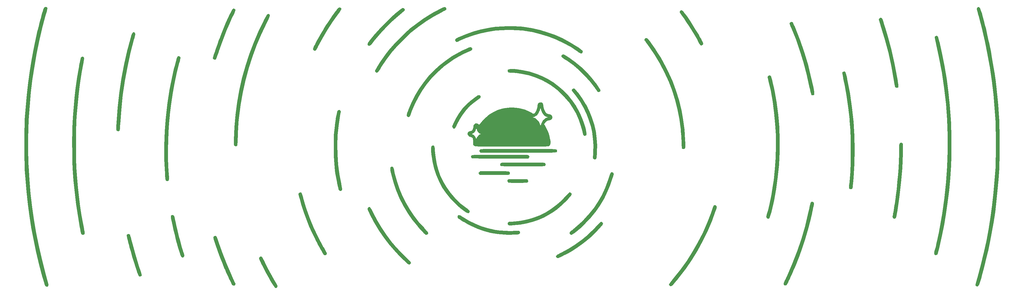
<source format=gbr>
%TF.GenerationSoftware,KiCad,Pcbnew,(5.99.0-11177-g6c67dfa032)*%
%TF.CreationDate,2021-09-17T12:13:22+03:00*%
%TF.ProjectId,SunsetterR2_Solder,53756e73-6574-4746-9572-52325f536f6c,rev?*%
%TF.SameCoordinates,Original*%
%TF.FileFunction,Legend,Top*%
%TF.FilePolarity,Positive*%
%FSLAX46Y46*%
G04 Gerber Fmt 4.6, Leading zero omitted, Abs format (unit mm)*
G04 Created by KiCad (PCBNEW (5.99.0-11177-g6c67dfa032)) date 2021-09-17 12:13:22*
%MOMM*%
%LPD*%
G01*
G04 APERTURE LIST*
G04 APERTURE END LIST*
%TO.C,G\u002A\u002A\u002A*%
G36*
X205108489Y-86837432D02*
G01*
X205760941Y-86839965D01*
X206269158Y-86845482D01*
X206652719Y-86855043D01*
X206931203Y-86869708D01*
X207124188Y-86890537D01*
X207251252Y-86918591D01*
X207331974Y-86954928D01*
X207385932Y-87000610D01*
X207389511Y-87004513D01*
X207520809Y-87260756D01*
X207530415Y-87552270D01*
X207422698Y-87805021D01*
X207337471Y-87886137D01*
X207257579Y-87926563D01*
X207133008Y-87958762D01*
X206944380Y-87983620D01*
X206672319Y-88002025D01*
X206297448Y-88014864D01*
X205800388Y-88023024D01*
X205161762Y-88027393D01*
X204362193Y-88028857D01*
X204219781Y-88028881D01*
X203410682Y-88028419D01*
X202764984Y-88026243D01*
X202262699Y-88021169D01*
X201883835Y-88012014D01*
X201608403Y-87997595D01*
X201416412Y-87976727D01*
X201287871Y-87948226D01*
X201202791Y-87910911D01*
X201141181Y-87863595D01*
X201122495Y-87845488D01*
X200969921Y-87589342D01*
X200949689Y-87303764D01*
X201060232Y-87055245D01*
X201142898Y-86979568D01*
X201222377Y-86939347D01*
X201346353Y-86907267D01*
X201534090Y-86882456D01*
X201804853Y-86864040D01*
X202177906Y-86851146D01*
X202672514Y-86842901D01*
X203307940Y-86838432D01*
X204103450Y-86836865D01*
X204292224Y-86836824D01*
X205108489Y-86837432D01*
G37*
G36*
X210357440Y-77300590D02*
G01*
X211464721Y-77302536D01*
X212434125Y-77306109D01*
X213274755Y-77311747D01*
X213995715Y-77319884D01*
X214606108Y-77330958D01*
X215115036Y-77345405D01*
X215531604Y-77363660D01*
X215864914Y-77386159D01*
X216124069Y-77413340D01*
X216318173Y-77445638D01*
X216456329Y-77483489D01*
X216547639Y-77527329D01*
X216601208Y-77577595D01*
X216626138Y-77634722D01*
X216631532Y-77699148D01*
X216626494Y-77771307D01*
X216620127Y-77851637D01*
X216619246Y-77887378D01*
X216624159Y-77973800D01*
X216632843Y-78051624D01*
X216636214Y-78121296D01*
X216625187Y-78183267D01*
X216590678Y-78237983D01*
X216523603Y-78285892D01*
X216414877Y-78327444D01*
X216255418Y-78363085D01*
X216036139Y-78393265D01*
X215747958Y-78418431D01*
X215381789Y-78439032D01*
X214928550Y-78455515D01*
X214379155Y-78468329D01*
X213724520Y-78477921D01*
X212955562Y-78484741D01*
X212063196Y-78489235D01*
X211038338Y-78491853D01*
X209871903Y-78493042D01*
X208554808Y-78493250D01*
X207077968Y-78492926D01*
X205432299Y-78492518D01*
X204354241Y-78492419D01*
X192424614Y-78492419D01*
X192232959Y-78248769D01*
X192097487Y-77965365D01*
X192145096Y-77692221D01*
X192337734Y-77460831D01*
X192372329Y-77437537D01*
X192425685Y-77416606D01*
X192507221Y-77397910D01*
X192626351Y-77381325D01*
X192792494Y-77366724D01*
X193015066Y-77353983D01*
X193303483Y-77342975D01*
X193667163Y-77333576D01*
X194115523Y-77325659D01*
X194657978Y-77319098D01*
X195303947Y-77313769D01*
X196062845Y-77309545D01*
X196944089Y-77306301D01*
X197957097Y-77303911D01*
X199111285Y-77302250D01*
X200416070Y-77301192D01*
X201880869Y-77300612D01*
X203515098Y-77300383D01*
X204367485Y-77300361D01*
X206117305Y-77300158D01*
X207692835Y-77299837D01*
X209103179Y-77299836D01*
X210357440Y-77300590D01*
G37*
G36*
X218821773Y-47434600D02*
G01*
X219140675Y-47582207D01*
X219555775Y-47821748D01*
X220086200Y-48159714D01*
X220516358Y-48444934D01*
X222475329Y-49862229D01*
X224343415Y-51426883D01*
X226099712Y-53119251D01*
X227723312Y-54919686D01*
X228681992Y-56118124D01*
X229066734Y-56636065D01*
X229430097Y-57149211D01*
X229756107Y-57632714D01*
X230028791Y-58061727D01*
X230232174Y-58411401D01*
X230350281Y-58656889D01*
X230373759Y-58749634D01*
X230300118Y-59009327D01*
X230114197Y-59202863D01*
X229868495Y-59307362D01*
X229615511Y-59299943D01*
X229415378Y-59167329D01*
X229315842Y-59036034D01*
X229134016Y-58787349D01*
X228893384Y-58453702D01*
X228617427Y-58067522D01*
X228535574Y-57952347D01*
X227004089Y-55949147D01*
X225350370Y-54082332D01*
X223575357Y-52352793D01*
X221679986Y-50761422D01*
X219665198Y-49309111D01*
X218942854Y-48840674D01*
X218496421Y-48541713D01*
X218203149Y-48296653D01*
X218048806Y-48084476D01*
X218019161Y-47884163D01*
X218099982Y-47674697D01*
X218125615Y-47633707D01*
X218250991Y-47478480D01*
X218396058Y-47389226D01*
X218579943Y-47372436D01*
X218821773Y-47434600D01*
G37*
G36*
X350069291Y-32469777D02*
G01*
X350218891Y-32595512D01*
X350338725Y-32792741D01*
X350490048Y-33155845D01*
X350669400Y-33670665D01*
X350873324Y-34323043D01*
X351098361Y-35098820D01*
X351341052Y-35983839D01*
X351597940Y-36963940D01*
X351865565Y-38024966D01*
X352140471Y-39152758D01*
X352419197Y-40333157D01*
X352698286Y-41552006D01*
X352974280Y-42795145D01*
X353243719Y-44048416D01*
X353503147Y-45297662D01*
X353749104Y-46528723D01*
X353978132Y-47727441D01*
X354161601Y-48736824D01*
X354581142Y-51209484D01*
X354953421Y-53627103D01*
X355282403Y-56024654D01*
X355572053Y-58437112D01*
X355826338Y-60899451D01*
X356049223Y-63446646D01*
X356244673Y-66113671D01*
X356381466Y-68314080D01*
X356408778Y-68907194D01*
X356432323Y-69660039D01*
X356452100Y-70548991D01*
X356468106Y-71550426D01*
X356480343Y-72640720D01*
X356488808Y-73796248D01*
X356493500Y-74993387D01*
X356494418Y-76208514D01*
X356491563Y-77418003D01*
X356484931Y-78598231D01*
X356474523Y-79725574D01*
X356460338Y-80776407D01*
X356442373Y-81727108D01*
X356420630Y-82554052D01*
X356395105Y-83233614D01*
X356382113Y-83489892D01*
X356148666Y-87087822D01*
X355860435Y-90543563D01*
X355512937Y-93891287D01*
X355101691Y-97165165D01*
X354622214Y-100399368D01*
X354070023Y-103628067D01*
X353440637Y-106885434D01*
X353098771Y-108520717D01*
X352906456Y-109397104D01*
X352690186Y-110344467D01*
X352454951Y-111343633D01*
X352205740Y-112375429D01*
X351947541Y-113420682D01*
X351685344Y-114460219D01*
X351424137Y-115474868D01*
X351168909Y-116445456D01*
X350924649Y-117352810D01*
X350696346Y-118177757D01*
X350488988Y-118901125D01*
X350307565Y-119503741D01*
X350157066Y-119966433D01*
X350042479Y-120270026D01*
X350040135Y-120275371D01*
X349836811Y-120602747D01*
X349590046Y-120801636D01*
X349332077Y-120860475D01*
X349095140Y-120767700D01*
X348988705Y-120652522D01*
X348881615Y-120466425D01*
X348845961Y-120351239D01*
X348869792Y-120240632D01*
X348937072Y-119977025D01*
X349041478Y-119583932D01*
X349176688Y-119084863D01*
X349336380Y-118503330D01*
X349514231Y-117862845D01*
X349537033Y-117781209D01*
X350572166Y-113914101D01*
X351494440Y-110115401D01*
X352308664Y-106355545D01*
X353019649Y-102604965D01*
X353632203Y-98834096D01*
X354151138Y-95013372D01*
X354581263Y-91113225D01*
X354927388Y-87104092D01*
X355190247Y-83031408D01*
X355220007Y-82356221D01*
X355245185Y-81523957D01*
X355265782Y-80560805D01*
X355281798Y-79492955D01*
X355293234Y-78346594D01*
X355300088Y-77147912D01*
X355302363Y-75923097D01*
X355300057Y-74698338D01*
X355293172Y-73499823D01*
X355281708Y-72353741D01*
X355265664Y-71286281D01*
X355245041Y-70323631D01*
X355219839Y-69491980D01*
X355190108Y-68818412D01*
X354895998Y-64357224D01*
X354506298Y-60030454D01*
X354017117Y-55813699D01*
X353424566Y-51682559D01*
X352724756Y-47612629D01*
X351913799Y-43579509D01*
X350987804Y-39558795D01*
X349942882Y-35526086D01*
X349802619Y-35015993D01*
X349650188Y-34451700D01*
X349516602Y-33931451D01*
X349409478Y-33487039D01*
X349336432Y-33150261D01*
X349305082Y-32952911D01*
X349304445Y-32936442D01*
X349373348Y-32626245D01*
X349551925Y-32434580D01*
X349797974Y-32377179D01*
X350069291Y-32469777D01*
G37*
G36*
X83072041Y-40426423D02*
G01*
X83269520Y-40622886D01*
X83377611Y-40871321D01*
X83383867Y-40941517D01*
X83359599Y-41105014D01*
X83292562Y-41409025D01*
X83191401Y-41818026D01*
X83064764Y-42296492D01*
X82976532Y-42614982D01*
X81849821Y-46932187D01*
X80877631Y-51334920D01*
X80062783Y-55805653D01*
X79408100Y-60326859D01*
X78916402Y-64881008D01*
X78590513Y-69450574D01*
X78560371Y-70046952D01*
X78531246Y-70583787D01*
X78500697Y-70967827D01*
X78463934Y-71229639D01*
X78416171Y-71399791D01*
X78352620Y-71508851D01*
X78326987Y-71537024D01*
X78064325Y-71684372D01*
X77769304Y-71675786D01*
X77515275Y-71523466D01*
X77447079Y-71446591D01*
X77396046Y-71354927D01*
X77361400Y-71225801D01*
X77342367Y-71036546D01*
X77338171Y-70764491D01*
X77348037Y-70386965D01*
X77371188Y-69881299D01*
X77406850Y-69224823D01*
X77425448Y-68897357D01*
X77776438Y-64244115D01*
X78295053Y-59620847D01*
X78979001Y-55042400D01*
X79825985Y-50523622D01*
X80833713Y-46079361D01*
X81135270Y-44885560D01*
X81399846Y-43866282D01*
X81625943Y-43010900D01*
X81818901Y-42305229D01*
X81984059Y-41735084D01*
X82126758Y-41286280D01*
X82252336Y-40944631D01*
X82366134Y-40695953D01*
X82473490Y-40526060D01*
X82579746Y-40420766D01*
X82690240Y-40365886D01*
X82810311Y-40347236D01*
X82843845Y-40346571D01*
X83072041Y-40426423D01*
G37*
G36*
X283954447Y-54036440D02*
G01*
X284145975Y-54129796D01*
X284242278Y-54278778D01*
X284363635Y-54603713D01*
X284510283Y-55105531D01*
X284682459Y-55785161D01*
X284880398Y-56643532D01*
X285104336Y-57681574D01*
X285339055Y-58823466D01*
X286022739Y-62672514D01*
X286530263Y-66556144D01*
X286861858Y-70463840D01*
X287017752Y-74385085D01*
X286998178Y-78309363D01*
X286803364Y-82226158D01*
X286433543Y-86124953D01*
X285888943Y-89995231D01*
X285169795Y-93826477D01*
X284509492Y-96694224D01*
X284324393Y-97430569D01*
X284173861Y-98008669D01*
X284050772Y-98448873D01*
X283948004Y-98771529D01*
X283858434Y-98996985D01*
X283774942Y-99145590D01*
X283690403Y-99237691D01*
X283599987Y-99292599D01*
X283424531Y-99368076D01*
X283347242Y-99393466D01*
X283258763Y-99359187D01*
X283121569Y-99304449D01*
X282924045Y-99187324D01*
X282815016Y-99012192D01*
X282791013Y-98750567D01*
X282848568Y-98373964D01*
X282956708Y-97950403D01*
X283308603Y-96621475D01*
X283659515Y-95149119D01*
X284001524Y-93573171D01*
X284326712Y-91933467D01*
X284627160Y-90269840D01*
X284894948Y-88622127D01*
X285111340Y-87111914D01*
X285496757Y-83621943D01*
X285735336Y-80075931D01*
X285828261Y-76496281D01*
X285776716Y-72905394D01*
X285581884Y-69325674D01*
X285244948Y-65779523D01*
X284767092Y-62289342D01*
X284149499Y-58877535D01*
X283458569Y-55825761D01*
X283329767Y-55297922D01*
X283247249Y-54915853D01*
X283209405Y-54648294D01*
X283214626Y-54463988D01*
X283261301Y-54331673D01*
X283347822Y-54220092D01*
X283374481Y-54192780D01*
X283648384Y-54034241D01*
X283954447Y-54036440D01*
G37*
G36*
X245100172Y-42264435D02*
G01*
X245419895Y-42543463D01*
X245482594Y-42616065D01*
X245739484Y-42938747D01*
X246073724Y-43379784D01*
X246460656Y-43905126D01*
X246875620Y-44480724D01*
X247293955Y-45072529D01*
X247691004Y-45646490D01*
X247889925Y-45940073D01*
X248656861Y-47132140D01*
X249450411Y-48457915D01*
X250247935Y-49874450D01*
X251026795Y-51338796D01*
X251764354Y-52808005D01*
X252437971Y-54239129D01*
X253025010Y-55589220D01*
X253190227Y-55995485D01*
X254290838Y-58991056D01*
X255216455Y-62020765D01*
X255965538Y-65077059D01*
X256536543Y-68152386D01*
X256927928Y-71239195D01*
X257138152Y-74329933D01*
X257169911Y-75485142D01*
X257176851Y-76069430D01*
X257174432Y-76496901D01*
X257160869Y-76793975D01*
X257134377Y-76987071D01*
X257093170Y-77102610D01*
X257057513Y-77148766D01*
X256769394Y-77315850D01*
X256453817Y-77318811D01*
X256348881Y-77280145D01*
X256171953Y-77147516D01*
X256100317Y-77035083D01*
X256083968Y-76904982D01*
X256061870Y-76618958D01*
X256035671Y-76204334D01*
X256007021Y-75688431D01*
X255977566Y-75098572D01*
X255958768Y-74688400D01*
X255923399Y-73970891D01*
X255880137Y-73222212D01*
X255832313Y-72492286D01*
X255783256Y-71831041D01*
X255736296Y-71288399D01*
X255723310Y-71158075D01*
X255305671Y-68012539D01*
X254711751Y-64915384D01*
X253943368Y-61871249D01*
X253002340Y-58884774D01*
X251890486Y-55960597D01*
X250609626Y-53103360D01*
X249161577Y-50317700D01*
X247548159Y-47608257D01*
X245771190Y-44979672D01*
X245104784Y-44071398D01*
X244805382Y-43666699D01*
X244549310Y-43310852D01*
X244355204Y-43030541D01*
X244241702Y-42852452D01*
X244219968Y-42804539D01*
X244271671Y-42628909D01*
X244389884Y-42414550D01*
X244519262Y-42259787D01*
X244531710Y-42250683D01*
X244804291Y-42166911D01*
X245100172Y-42264435D01*
G37*
G36*
X188440087Y-72173688D02*
G01*
X188623130Y-71883204D01*
X188905663Y-71683527D01*
X189245091Y-71615163D01*
X189577044Y-71529709D01*
X189854114Y-71289549D01*
X190061287Y-70918983D01*
X190183551Y-70442310D01*
X190210582Y-70052392D01*
X190285789Y-69772433D01*
X190477402Y-69492319D01*
X190734405Y-69265714D01*
X191005782Y-69146280D01*
X191078559Y-69139351D01*
X191479066Y-69225988D01*
X191816623Y-69465664D01*
X191866514Y-69523494D01*
X191941623Y-69602287D01*
X192016045Y-69612127D01*
X192117896Y-69532394D01*
X192275294Y-69342469D01*
X192475091Y-69077202D01*
X192878939Y-68584077D01*
X193387249Y-68037561D01*
X193953664Y-67482051D01*
X194232446Y-67231261D01*
X208940682Y-67231261D01*
X208967735Y-67257123D01*
X209100706Y-67299395D01*
X209800883Y-67601983D01*
X210386180Y-68045754D01*
X210850477Y-68624233D01*
X211187656Y-69330942D01*
X211271847Y-69597834D01*
X211360031Y-69897811D01*
X211415721Y-70036547D01*
X211449408Y-70031089D01*
X211469385Y-69918773D01*
X211523088Y-69700843D01*
X211635547Y-69384051D01*
X211783420Y-69033528D01*
X211798014Y-69001806D01*
X211981190Y-68640468D01*
X212178494Y-68303460D01*
X212348041Y-68062180D01*
X212352058Y-68057406D01*
X212609126Y-67820727D01*
X212949548Y-67592464D01*
X213308999Y-67408821D01*
X213623152Y-67306004D01*
X213704826Y-67296029D01*
X213817700Y-67282684D01*
X213765567Y-67252747D01*
X213639102Y-67219375D01*
X213169840Y-67048064D01*
X212720628Y-66786690D01*
X212370472Y-66481818D01*
X212352717Y-66461242D01*
X212120123Y-66129617D01*
X211885936Y-65704159D01*
X211683619Y-65254795D01*
X211546637Y-64851452D01*
X211517025Y-64714982D01*
X211464951Y-64494395D01*
X211406058Y-64377000D01*
X211392531Y-64371120D01*
X211335563Y-64451715D01*
X211279556Y-64651684D01*
X211268037Y-64714982D01*
X211167652Y-65079226D01*
X210988090Y-65518278D01*
X210762817Y-65962225D01*
X210525297Y-66341151D01*
X210431936Y-66461729D01*
X210175889Y-66698187D01*
X209836676Y-66925968D01*
X209478315Y-67109084D01*
X209164823Y-67211546D01*
X209080237Y-67221600D01*
X208940682Y-67231261D01*
X194232446Y-67231261D01*
X194531825Y-66961943D01*
X195075377Y-66521634D01*
X195346998Y-66326717D01*
X196595654Y-65586886D01*
X197935531Y-64983388D01*
X199324923Y-64533086D01*
X200322573Y-64314921D01*
X201035213Y-64229687D01*
X201865425Y-64193076D01*
X202754572Y-64202890D01*
X203644015Y-64256928D01*
X204475116Y-64352991D01*
X205189236Y-64488879D01*
X205230198Y-64499035D01*
X206530568Y-64901186D01*
X207781668Y-65432261D01*
X208480875Y-65801965D01*
X208821400Y-65994368D01*
X209044689Y-66105161D01*
X209191726Y-66145469D01*
X209303495Y-66126415D01*
X209420980Y-66059123D01*
X209423139Y-66057709D01*
X209764782Y-65732794D01*
X210050342Y-65253616D01*
X210269764Y-64643436D01*
X210412989Y-63925514D01*
X210437831Y-63710773D01*
X210530218Y-63195556D01*
X210697134Y-62838256D01*
X210950277Y-62624493D01*
X211301341Y-62539891D01*
X211392531Y-62537185D01*
X211766622Y-62595397D01*
X212040227Y-62779618D01*
X212225042Y-63104226D01*
X212332765Y-63583599D01*
X212347231Y-63710773D01*
X212475339Y-64490267D01*
X212689461Y-65144199D01*
X212982233Y-65661941D01*
X213346293Y-66032866D01*
X213774275Y-66246345D01*
X214138921Y-66296751D01*
X214483877Y-66354340D01*
X214805583Y-66503153D01*
X215031231Y-66707258D01*
X215057683Y-66750156D01*
X215122302Y-66961660D01*
X215151900Y-67237623D01*
X215152098Y-67259567D01*
X215126364Y-67535559D01*
X215063800Y-67756852D01*
X215057683Y-67768979D01*
X214856682Y-67981767D01*
X214543461Y-68143585D01*
X214188421Y-68220260D01*
X214123633Y-68222383D01*
X213680678Y-68311500D01*
X213263108Y-68568532D01*
X212895680Y-68978003D01*
X212881197Y-68999066D01*
X212581776Y-69439378D01*
X212801705Y-69816621D01*
X213362616Y-70843599D01*
X213784386Y-71762699D01*
X214070432Y-72581411D01*
X214082336Y-72623827D01*
X214229606Y-73200226D01*
X214363364Y-73806117D01*
X214475031Y-74394720D01*
X214556029Y-74919258D01*
X214597782Y-75332950D01*
X214601575Y-75455514D01*
X214524519Y-75876222D01*
X214312082Y-76216069D01*
X213990968Y-76436696D01*
X213896037Y-76468952D01*
X213750415Y-76485553D01*
X213438019Y-76500501D01*
X212957234Y-76513808D01*
X212306447Y-76525488D01*
X211484043Y-76535554D01*
X210488410Y-76544020D01*
X209317931Y-76550897D01*
X207970995Y-76556199D01*
X206445985Y-76559938D01*
X204741289Y-76562129D01*
X202855293Y-76562784D01*
X202268704Y-76562687D01*
X200541431Y-76561900D01*
X198988809Y-76560469D01*
X197602095Y-76558299D01*
X196372546Y-76555297D01*
X195291422Y-76551367D01*
X194349979Y-76546416D01*
X193539475Y-76540350D01*
X192851169Y-76533074D01*
X192276317Y-76524494D01*
X191806178Y-76514516D01*
X191432010Y-76503046D01*
X191145070Y-76489989D01*
X190936616Y-76475252D01*
X190797905Y-76458740D01*
X190720197Y-76440358D01*
X190714914Y-76438181D01*
X190434498Y-76290583D01*
X190249593Y-76116784D01*
X190143152Y-75878180D01*
X190098129Y-75536166D01*
X190097476Y-75052138D01*
X190097802Y-75040640D01*
X190098752Y-74617165D01*
X190078349Y-74266314D01*
X190039940Y-74035134D01*
X190023177Y-73991784D01*
X189836281Y-73778655D01*
X189552552Y-73587055D01*
X189254731Y-73467004D01*
X189126091Y-73449441D01*
X188926652Y-73386532D01*
X188698160Y-73230831D01*
X188644683Y-73181061D01*
X188435184Y-72863508D01*
X188381296Y-72564494D01*
X189667043Y-72564494D01*
X190014072Y-72719863D01*
X190338435Y-72927703D01*
X190646125Y-73229198D01*
X190884561Y-73564634D01*
X190993613Y-73832317D01*
X191055377Y-74029642D01*
X191128296Y-74066700D01*
X191225372Y-73937771D01*
X191342627Y-73678776D01*
X191620329Y-73223323D01*
X192021979Y-72851399D01*
X192336942Y-72675696D01*
X192583519Y-72571734D01*
X192199397Y-72367375D01*
X191762916Y-72033080D01*
X191433473Y-71558159D01*
X191272039Y-71146678D01*
X191188054Y-70910322D01*
X191119862Y-70854869D01*
X191053778Y-70980835D01*
X191006320Y-71156679D01*
X190852985Y-71540831D01*
X190600182Y-71920764D01*
X190296107Y-72234508D01*
X190039155Y-72400318D01*
X189667043Y-72564494D01*
X188381296Y-72564494D01*
X188372212Y-72514086D01*
X188440087Y-72173688D01*
G37*
G36*
X185890319Y-98277701D02*
G01*
X186213234Y-98431530D01*
X186640319Y-98687643D01*
X186978504Y-98908409D01*
X188782424Y-100001341D01*
X190688929Y-100949412D01*
X192680302Y-101746184D01*
X194738825Y-102385220D01*
X196846783Y-102860079D01*
X198562871Y-103118142D01*
X199161499Y-103173331D01*
X199883928Y-103216303D01*
X200682409Y-103246293D01*
X201509192Y-103262532D01*
X202316528Y-103264254D01*
X203056667Y-103250692D01*
X203681858Y-103221080D01*
X203897065Y-103203822D01*
X204257561Y-103175233D01*
X204486441Y-103177379D01*
X204633980Y-103217578D01*
X204750453Y-103303144D01*
X204780515Y-103332389D01*
X204944081Y-103605416D01*
X204948329Y-103901770D01*
X204799345Y-104158530D01*
X204652816Y-104256306D01*
X204419379Y-104323348D01*
X204059268Y-104369220D01*
X203859453Y-104384556D01*
X202824925Y-104443966D01*
X201904913Y-104472614D01*
X201033300Y-104471424D01*
X200143965Y-104441321D01*
X200067982Y-104437586D01*
X197862347Y-104235707D01*
X195687905Y-103853193D01*
X193545514Y-103290275D01*
X191436031Y-102547187D01*
X189360313Y-101624160D01*
X188994176Y-101440879D01*
X188488549Y-101174130D01*
X187942846Y-100870305D01*
X187384010Y-100546064D01*
X186838984Y-100218070D01*
X186334714Y-99902984D01*
X185898142Y-99617468D01*
X185556212Y-99378184D01*
X185335868Y-99201793D01*
X185281881Y-99145238D01*
X185181689Y-98894374D01*
X185188323Y-98603195D01*
X185298316Y-98365145D01*
X185311355Y-98351316D01*
X185462904Y-98245455D01*
X185648050Y-98218297D01*
X185890319Y-98277701D01*
G37*
G36*
X97448364Y-48052702D02*
G01*
X97604171Y-48257760D01*
X97632005Y-48372096D01*
X97627721Y-48546145D01*
X97586714Y-48805376D01*
X97504383Y-49175259D01*
X97376123Y-49681262D01*
X97284660Y-50025602D01*
X96514850Y-53108717D01*
X95823084Y-56322469D01*
X95216363Y-59628421D01*
X94701689Y-62988134D01*
X94286064Y-66363173D01*
X94254053Y-66663538D01*
X94024715Y-69209984D01*
X93856457Y-71881455D01*
X93750034Y-74629785D01*
X93706205Y-77406812D01*
X93725725Y-80164370D01*
X93809352Y-82854295D01*
X93957843Y-85428423D01*
X93958879Y-85442712D01*
X94000319Y-86083734D01*
X94017643Y-86566954D01*
X94009011Y-86916603D01*
X93972583Y-87156915D01*
X93906520Y-87312122D01*
X93809805Y-87405935D01*
X93554333Y-87475921D01*
X93268352Y-87432149D01*
X93068167Y-87306680D01*
X92999914Y-87219431D01*
X92945688Y-87109928D01*
X92901675Y-86952819D01*
X92864058Y-86722749D01*
X92829022Y-86394364D01*
X92792752Y-85942312D01*
X92751431Y-85341238D01*
X92735334Y-85095033D01*
X92535212Y-80617142D01*
X92515124Y-76136318D01*
X92674382Y-71661752D01*
X93012301Y-67202632D01*
X93528193Y-62768148D01*
X94221372Y-58367488D01*
X95040838Y-54238629D01*
X95209479Y-53485826D01*
X95391009Y-52707314D01*
X95579719Y-51924849D01*
X95769900Y-51160187D01*
X95955845Y-50435082D01*
X96131846Y-49771292D01*
X96292195Y-49190572D01*
X96431182Y-48714679D01*
X96543102Y-48365367D01*
X96622244Y-48164393D01*
X96643462Y-48130392D01*
X96902261Y-47957728D01*
X97189240Y-47934308D01*
X97448364Y-48052702D01*
G37*
G36*
X197884346Y-84361218D02*
G01*
X198746528Y-84362243D01*
X199456634Y-84364694D01*
X200030320Y-84369178D01*
X200483245Y-84376303D01*
X200831066Y-84386677D01*
X201089443Y-84400907D01*
X201274034Y-84419601D01*
X201400495Y-84443365D01*
X201484485Y-84472809D01*
X201541663Y-84508538D01*
X201580979Y-84544405D01*
X201719709Y-84762855D01*
X201764372Y-84957040D01*
X201700596Y-85194229D01*
X201580979Y-85369676D01*
X201534411Y-85411161D01*
X201474444Y-85445863D01*
X201385457Y-85474382D01*
X201251824Y-85497315D01*
X201057924Y-85515262D01*
X200788132Y-85528823D01*
X200426825Y-85538596D01*
X199958380Y-85545181D01*
X199367173Y-85549177D01*
X198637582Y-85551183D01*
X197753982Y-85551798D01*
X196835672Y-85551665D01*
X195936360Y-85550071D01*
X195091849Y-85546032D01*
X194320060Y-85539814D01*
X193638917Y-85531679D01*
X193066340Y-85521892D01*
X192620251Y-85510718D01*
X192318573Y-85498421D01*
X192179227Y-85485265D01*
X192172865Y-85482892D01*
X192039150Y-85332260D01*
X191916646Y-85109589D01*
X191861169Y-84916906D01*
X191861123Y-84913052D01*
X191920928Y-84784258D01*
X192066853Y-84605805D01*
X192086197Y-84586085D01*
X192311271Y-84361011D01*
X196854428Y-84361011D01*
X197884346Y-84361218D01*
G37*
G36*
X220970693Y-91130188D02*
G01*
X221186182Y-91348902D01*
X221251449Y-91522717D01*
X221259522Y-91659002D01*
X221206331Y-91818794D01*
X221073724Y-92035676D01*
X220843546Y-92343229D01*
X220730969Y-92485533D01*
X220452975Y-92815966D01*
X220084469Y-93228463D01*
X219666973Y-93677808D01*
X219242008Y-94118783D01*
X219096816Y-94265152D01*
X217839057Y-95447903D01*
X216562735Y-96493014D01*
X215224679Y-97431267D01*
X213781720Y-98293443D01*
X212538741Y-98941250D01*
X210639674Y-99791560D01*
X208747361Y-100464911D01*
X206843592Y-100966032D01*
X204910161Y-101299649D01*
X202928858Y-101470492D01*
X202773037Y-101477063D01*
X202230911Y-101496825D01*
X201841942Y-101505391D01*
X201576105Y-101500401D01*
X201403376Y-101479496D01*
X201293732Y-101440317D01*
X201217148Y-101380504D01*
X201191268Y-101352771D01*
X201051306Y-101072224D01*
X201061985Y-100761844D01*
X201214192Y-100499639D01*
X201336748Y-100406112D01*
X201504331Y-100350300D01*
X201762864Y-100323309D01*
X202158269Y-100316246D01*
X202161082Y-100316246D01*
X203452187Y-100260315D01*
X204841549Y-100099139D01*
X206284707Y-99842643D01*
X207737196Y-99500751D01*
X209154555Y-99083389D01*
X210492320Y-98600481D01*
X211209138Y-98296569D01*
X213048432Y-97367384D01*
X214804411Y-96276281D01*
X216471607Y-95027393D01*
X218044553Y-93624852D01*
X219517780Y-92072793D01*
X219660690Y-91908033D01*
X219991364Y-91532689D01*
X220235063Y-91281399D01*
X220416478Y-91132745D01*
X220560306Y-91065306D01*
X220644284Y-91054874D01*
X220970693Y-91130188D01*
G37*
G36*
X234054871Y-84666319D02*
G01*
X234094858Y-84675609D01*
X234308447Y-84792473D01*
X234461642Y-84955432D01*
X234518390Y-85057022D01*
X234544851Y-85169390D01*
X234536375Y-85325998D01*
X234488311Y-85560307D01*
X234396010Y-85905777D01*
X234267500Y-86352351D01*
X233507156Y-88640948D01*
X232578218Y-90875612D01*
X231489367Y-93043758D01*
X230249285Y-95132803D01*
X228866653Y-97130160D01*
X227350152Y-99023244D01*
X225708463Y-100799471D01*
X223950269Y-102446254D01*
X222174159Y-103883713D01*
X221788269Y-104167765D01*
X221511492Y-104351417D01*
X221310456Y-104449729D01*
X221151788Y-104477760D01*
X221002115Y-104450570D01*
X220954492Y-104434087D01*
X220721861Y-104260627D01*
X220595744Y-103992397D01*
X220598471Y-103760413D01*
X220692330Y-103615510D01*
X220901479Y-103399535D01*
X221191038Y-103146691D01*
X221361206Y-103012455D01*
X222739665Y-101894292D01*
X224135852Y-100624231D01*
X225194837Y-99573061D01*
X226813454Y-97790926D01*
X228275914Y-95926118D01*
X229587188Y-93970081D01*
X230752246Y-91914257D01*
X231776059Y-89750088D01*
X232663596Y-87469018D01*
X233217662Y-85760727D01*
X233377958Y-85268298D01*
X233524110Y-84934558D01*
X233673836Y-84737592D01*
X233844850Y-84655484D01*
X234054871Y-84666319D01*
G37*
G36*
X297499678Y-94054259D02*
G01*
X297715887Y-94212308D01*
X297848157Y-94407491D01*
X297862567Y-94485744D01*
X297843217Y-94640731D01*
X297788916Y-94947917D01*
X297705292Y-95380652D01*
X297597969Y-95912287D01*
X297472575Y-96516171D01*
X297334735Y-97165655D01*
X297190076Y-97834090D01*
X297044223Y-98494825D01*
X296902804Y-99121211D01*
X296771443Y-99686599D01*
X296712902Y-99931439D01*
X295974086Y-102771179D01*
X295119413Y-105674697D01*
X294167713Y-108585243D01*
X293137813Y-111446070D01*
X292048544Y-114200429D01*
X291717173Y-114987726D01*
X291422148Y-115670884D01*
X291110924Y-116378032D01*
X290793342Y-117088019D01*
X290479246Y-117779695D01*
X290178476Y-118431909D01*
X289900876Y-119023510D01*
X289656288Y-119533348D01*
X289454553Y-119940272D01*
X289305515Y-120223131D01*
X289219014Y-120360776D01*
X289214895Y-120365069D01*
X288943729Y-120509718D01*
X288626087Y-120514840D01*
X288535166Y-120486834D01*
X288352798Y-120326976D01*
X288250541Y-120068313D01*
X288258325Y-119788437D01*
X288261495Y-119777410D01*
X288311986Y-119653686D01*
X288429364Y-119387911D01*
X288602717Y-119004106D01*
X288821131Y-118526292D01*
X289073691Y-117978491D01*
X289312761Y-117463538D01*
X290989596Y-113646404D01*
X292499825Y-109755737D01*
X293840250Y-105801266D01*
X295007668Y-101792716D01*
X295998881Y-97739817D01*
X296355839Y-96056531D01*
X296495286Y-95388175D01*
X296613798Y-94879515D01*
X296720705Y-94509367D01*
X296825339Y-94256549D01*
X296937031Y-94099876D01*
X297065114Y-94018167D01*
X297218917Y-93990239D01*
X297266538Y-93989170D01*
X297499678Y-94054259D01*
G37*
G36*
X164552996Y-82917502D02*
G01*
X164693072Y-82987455D01*
X164784837Y-83040988D01*
X164857774Y-83101816D01*
X164920251Y-83194760D01*
X164980638Y-83344637D01*
X165047305Y-83576268D01*
X165128621Y-83914471D01*
X165232954Y-84384065D01*
X165357237Y-84957040D01*
X165959976Y-87317513D01*
X166737339Y-89652591D01*
X167680802Y-91946433D01*
X168781845Y-94183195D01*
X170031946Y-96347037D01*
X171422583Y-98422116D01*
X172945234Y-100392590D01*
X174591377Y-102242616D01*
X174736755Y-102393842D01*
X175169311Y-102846341D01*
X175485521Y-103191485D01*
X175701161Y-103449109D01*
X175832004Y-103639048D01*
X175893825Y-103781138D01*
X175904484Y-103862119D01*
X175865248Y-104147013D01*
X175721744Y-104333516D01*
X175568054Y-104428872D01*
X175410128Y-104507726D01*
X175305247Y-104515249D01*
X175145408Y-104455996D01*
X175124687Y-104447564D01*
X174978660Y-104345065D01*
X174732197Y-104123316D01*
X174404435Y-103802123D01*
X174014511Y-103401291D01*
X173581560Y-102940623D01*
X173124720Y-102439924D01*
X172663126Y-101918998D01*
X172502490Y-101733825D01*
X170860074Y-99689483D01*
X169365836Y-97539215D01*
X168023233Y-95289743D01*
X166835722Y-92947787D01*
X165806758Y-90520067D01*
X164939798Y-88013302D01*
X164344872Y-85874008D01*
X164187198Y-85201185D01*
X164064516Y-84599452D01*
X163983067Y-84102665D01*
X163949092Y-83744681D01*
X163948631Y-83724315D01*
X163949578Y-83399635D01*
X163976700Y-83205446D01*
X164047455Y-83089052D01*
X164179296Y-82997760D01*
X164191629Y-82990741D01*
X164391105Y-82900362D01*
X164552996Y-82917502D01*
G37*
G36*
X189492779Y-45086378D02*
G01*
X189524370Y-45098807D01*
X189739712Y-45263691D01*
X189861071Y-45437039D01*
X189905392Y-45660420D01*
X189816744Y-45870939D01*
X189582466Y-46080943D01*
X189189895Y-46302777D01*
X188789282Y-46482127D01*
X187236060Y-47192191D01*
X185643184Y-48035183D01*
X184057370Y-48982248D01*
X182525335Y-50004534D01*
X181093797Y-51073187D01*
X180306377Y-51721351D01*
X178557393Y-53334168D01*
X176924298Y-55072670D01*
X175417061Y-56922141D01*
X174045649Y-58867865D01*
X172820033Y-60895125D01*
X171750181Y-62989207D01*
X170846062Y-65135394D01*
X170436931Y-66290636D01*
X170309830Y-66634275D01*
X170181275Y-66915819D01*
X170075432Y-67083586D01*
X170058909Y-67099098D01*
X169784594Y-67206282D01*
X169489594Y-67155817D01*
X169293619Y-67020221D01*
X169198312Y-66894828D01*
X169150697Y-66737746D01*
X169155141Y-66524533D01*
X169216013Y-66230745D01*
X169337678Y-65831941D01*
X169524506Y-65303676D01*
X169670059Y-64913449D01*
X170643277Y-62587269D01*
X171768711Y-60357272D01*
X173040876Y-58229517D01*
X174454287Y-56210063D01*
X176003461Y-54304970D01*
X177682912Y-52520296D01*
X179487157Y-50862101D01*
X181410710Y-49336443D01*
X183448088Y-47949383D01*
X185593805Y-46706978D01*
X186626495Y-46180440D01*
X187382410Y-45815263D01*
X187994056Y-45530457D01*
X188478706Y-45319578D01*
X188853631Y-45176177D01*
X189136103Y-45093808D01*
X189343395Y-45066024D01*
X189492779Y-45086378D01*
G37*
G36*
X108780265Y-104847211D02*
G01*
X108987445Y-104969856D01*
X109062040Y-105108207D01*
X109178940Y-105388626D01*
X109325598Y-105778182D01*
X109489465Y-106243946D01*
X109607621Y-106597473D01*
X110856206Y-110199598D01*
X112195858Y-113648506D01*
X113629635Y-116951872D01*
X114296142Y-118371706D01*
X114528161Y-118863341D01*
X114729301Y-119306718D01*
X114886707Y-119672083D01*
X114987522Y-119929686D01*
X115019246Y-120045171D01*
X114940382Y-120294758D01*
X114741376Y-120473186D01*
X114478602Y-120559040D01*
X114208436Y-120530905D01*
X114032692Y-120419945D01*
X113938704Y-120280322D01*
X113781739Y-119994017D01*
X113571953Y-119582526D01*
X113319500Y-119067348D01*
X113034534Y-118469981D01*
X112727212Y-117811923D01*
X112407687Y-117114673D01*
X112086114Y-116399728D01*
X111772649Y-115688587D01*
X111510046Y-115079423D01*
X110843346Y-113475468D01*
X110221442Y-111895094D01*
X109621763Y-110278502D01*
X109021736Y-108565892D01*
X108768285Y-107815814D01*
X108525331Y-107085665D01*
X108337337Y-106508734D01*
X108198974Y-106065039D01*
X108104911Y-105734597D01*
X108049818Y-105497426D01*
X108028367Y-105333544D01*
X108035227Y-105222968D01*
X108058997Y-105156608D01*
X108181251Y-104970015D01*
X108270338Y-104879563D01*
X108506674Y-104812340D01*
X108780265Y-104847211D01*
G37*
G36*
X181392542Y-32443684D02*
G01*
X181582692Y-32632358D01*
X181673681Y-32881706D01*
X181643004Y-33138452D01*
X181522315Y-33307668D01*
X181382857Y-33400197D01*
X181114564Y-33553197D01*
X180753512Y-33746907D01*
X180335779Y-33961570D01*
X180247787Y-34005686D01*
X177698106Y-35380336D01*
X175233475Y-36913721D01*
X172862732Y-38597768D01*
X170594713Y-40424405D01*
X168438256Y-42385558D01*
X166402197Y-44473156D01*
X164495374Y-46679126D01*
X162726624Y-48995395D01*
X161104784Y-51413891D01*
X160990855Y-51596691D01*
X160712208Y-52037947D01*
X160453292Y-52433032D01*
X160234980Y-52751200D01*
X160078147Y-52961703D01*
X160022112Y-53023647D01*
X159751009Y-53168474D01*
X159483608Y-53130268D01*
X159308777Y-53000722D01*
X159170034Y-52782100D01*
X159125383Y-52587677D01*
X159174742Y-52423757D01*
X159313421Y-52132181D01*
X159527328Y-51736745D01*
X159802368Y-51261248D01*
X160124448Y-50729486D01*
X160479474Y-50165258D01*
X160853352Y-49592361D01*
X161215926Y-49057762D01*
X162428215Y-47375847D01*
X163663820Y-45804591D01*
X164969310Y-44287821D01*
X166391252Y-42769364D01*
X166639448Y-42515622D01*
X168490246Y-40714321D01*
X170348588Y-39070747D01*
X172245903Y-37560792D01*
X174213620Y-36160351D01*
X176283169Y-34845319D01*
X177741477Y-34000534D01*
X178638155Y-33507228D01*
X179410842Y-33098539D01*
X180053378Y-32777436D01*
X180559605Y-32546888D01*
X180923364Y-32409865D01*
X181125738Y-32368954D01*
X181392542Y-32443684D01*
G37*
G36*
X135822082Y-91110481D02*
G01*
X135914782Y-91178775D01*
X135970354Y-91303123D01*
X136063359Y-91574865D01*
X136184485Y-91964058D01*
X136324422Y-92440758D01*
X136473860Y-92975022D01*
X136477890Y-92989786D01*
X137410333Y-96086880D01*
X138514539Y-99180945D01*
X139780170Y-102247219D01*
X141196890Y-105260938D01*
X142754359Y-108197339D01*
X143026942Y-108677566D01*
X143301678Y-109168526D01*
X143541176Y-109618621D01*
X143730979Y-109998854D01*
X143856632Y-110280230D01*
X143903677Y-110433751D01*
X143903722Y-110436178D01*
X143847452Y-110673447D01*
X143759628Y-110808974D01*
X143542417Y-110920752D01*
X143260638Y-110948445D01*
X143017388Y-110882271D01*
X143013382Y-110879769D01*
X142905707Y-110757972D01*
X142725918Y-110491824D01*
X142484854Y-110100533D01*
X142193355Y-109603307D01*
X141862261Y-109019356D01*
X141502411Y-108367888D01*
X141124647Y-107668111D01*
X140739806Y-106939233D01*
X140358730Y-106200463D01*
X140234550Y-105955596D01*
X139236795Y-103909622D01*
X138343729Y-101924811D01*
X137527555Y-99935516D01*
X136760477Y-97876089D01*
X136508224Y-97154946D01*
X136344095Y-96663251D01*
X136161074Y-96089071D01*
X135966775Y-95458951D01*
X135768812Y-94799437D01*
X135574796Y-94137076D01*
X135392343Y-93498411D01*
X135229065Y-92909988D01*
X135092575Y-92398354D01*
X134990488Y-91990054D01*
X134930416Y-91711632D01*
X134917441Y-91608357D01*
X134977408Y-91362896D01*
X135085130Y-91206631D01*
X135307575Y-91092585D01*
X135580586Y-91059616D01*
X135822082Y-91110481D01*
G37*
G36*
X192342505Y-60373102D02*
G01*
X192358906Y-60388861D01*
X192470705Y-60606120D01*
X192498353Y-60887948D01*
X192432087Y-61131288D01*
X192429605Y-61135262D01*
X192322207Y-61236107D01*
X192103044Y-61400865D01*
X191816168Y-61596734D01*
X191766207Y-61629234D01*
X190366269Y-62639704D01*
X189057883Y-63797428D01*
X187858147Y-65082213D01*
X186784159Y-66473864D01*
X185853015Y-67952190D01*
X185081815Y-69496997D01*
X185057945Y-69551986D01*
X184796307Y-70120638D01*
X184569293Y-70522534D01*
X184364412Y-70768155D01*
X184169175Y-70867982D01*
X183971092Y-70832498D01*
X183757672Y-70672184D01*
X183741793Y-70656515D01*
X183587878Y-70460845D01*
X183517214Y-70288640D01*
X183516719Y-70277943D01*
X183551203Y-70132723D01*
X183644248Y-69862892D01*
X183780239Y-69511565D01*
X183891796Y-69242187D01*
X184690472Y-67592836D01*
X185645979Y-66023275D01*
X186745420Y-64548972D01*
X187975893Y-63185396D01*
X189324499Y-61948019D01*
X190778340Y-60852308D01*
X191024693Y-60688006D01*
X191489003Y-60414003D01*
X191850733Y-60273026D01*
X192128897Y-60260813D01*
X192342505Y-60373102D01*
G37*
G36*
X319145589Y-35787545D02*
G01*
X319279138Y-35857894D01*
X319354491Y-35985627D01*
X319474001Y-36271603D01*
X319631678Y-36697664D01*
X319821530Y-37245649D01*
X320037566Y-37897398D01*
X320273797Y-38634751D01*
X320524232Y-39439548D01*
X320782880Y-40293629D01*
X321043750Y-41178835D01*
X321110676Y-41410025D01*
X322299364Y-45845708D01*
X323326966Y-50345003D01*
X324184730Y-54869412D01*
X324227426Y-55121905D01*
X324350159Y-55865426D01*
X324440384Y-56450238D01*
X324499503Y-56897862D01*
X324528914Y-57229821D01*
X324530020Y-57467635D01*
X324504219Y-57632828D01*
X324452913Y-57746920D01*
X324402227Y-57808252D01*
X324170550Y-57927338D01*
X323882672Y-57939034D01*
X323630992Y-57843323D01*
X323590193Y-57808390D01*
X323537426Y-57754939D01*
X323494535Y-57698009D01*
X323456344Y-57614440D01*
X323417676Y-57481070D01*
X323373355Y-57274742D01*
X323318204Y-56972294D01*
X323247048Y-56550567D01*
X323154710Y-55986400D01*
X323079260Y-55522383D01*
X322287527Y-51188480D01*
X321321241Y-46842904D01*
X320185945Y-42508606D01*
X318930849Y-38344230D01*
X318722199Y-37691553D01*
X318565399Y-37189779D01*
X318455139Y-36815553D01*
X318386106Y-36545522D01*
X318352988Y-36356330D01*
X318350476Y-36224623D01*
X318373256Y-36127047D01*
X318409479Y-36051811D01*
X318601601Y-35865088D01*
X318872593Y-35771286D01*
X319145589Y-35787545D01*
G37*
G36*
X256113920Y-33413503D02*
G01*
X256315211Y-33550681D01*
X256561218Y-33802231D01*
X256869010Y-34180514D01*
X257255657Y-34697893D01*
X257348401Y-34825279D01*
X257831223Y-35505050D01*
X258339790Y-36247495D01*
X258864165Y-37036011D01*
X259394414Y-37853995D01*
X259920601Y-38684845D01*
X260432791Y-39511958D01*
X260921047Y-40318733D01*
X261375435Y-41088568D01*
X261786018Y-41804858D01*
X262142863Y-42451003D01*
X262436032Y-43010400D01*
X262655590Y-43466446D01*
X262791603Y-43802539D01*
X262834408Y-43992494D01*
X262760742Y-44180781D01*
X262583391Y-44378761D01*
X262367830Y-44525282D01*
X262221845Y-44564621D01*
X262072110Y-44504085D01*
X261885328Y-44357293D01*
X261874339Y-44346462D01*
X261720974Y-44151844D01*
X261533385Y-43856422D01*
X261362612Y-43544115D01*
X260882775Y-42631625D01*
X260307996Y-41609496D01*
X259658851Y-40510529D01*
X258955918Y-39367522D01*
X258219774Y-38213274D01*
X257470996Y-37080586D01*
X256730162Y-36002255D01*
X256017848Y-35011081D01*
X255961009Y-34934237D01*
X255662751Y-34507728D01*
X255485919Y-34184527D01*
X255423416Y-33937121D01*
X255468142Y-33737995D01*
X255607656Y-33564583D01*
X255777212Y-33432816D01*
X255940277Y-33378336D01*
X256113920Y-33413503D01*
G37*
G36*
X336810422Y-41518275D02*
G01*
X336949659Y-41703582D01*
X337086403Y-42011730D01*
X337230472Y-42458586D01*
X337391684Y-43060018D01*
X337505756Y-43522481D01*
X338381538Y-47402923D01*
X339140683Y-51320387D01*
X339786303Y-55296772D01*
X340321507Y-59353980D01*
X340749407Y-63513908D01*
X341073111Y-67798459D01*
X341156924Y-69231047D01*
X341187483Y-69924834D01*
X341213048Y-70773449D01*
X341233618Y-71749180D01*
X341249192Y-72824317D01*
X341259767Y-73971148D01*
X341265342Y-75161961D01*
X341265916Y-76369045D01*
X341261486Y-77564687D01*
X341252053Y-78721178D01*
X341237613Y-79810804D01*
X341218166Y-80805855D01*
X341193709Y-81678619D01*
X341164242Y-82401385D01*
X341157661Y-82527076D01*
X340894536Y-86512651D01*
X340547351Y-90365609D01*
X340111436Y-94118652D01*
X339582123Y-97804480D01*
X338954743Y-101455795D01*
X338224628Y-105105297D01*
X337440446Y-108563512D01*
X337272863Y-109253145D01*
X337136919Y-109784716D01*
X337025940Y-110179508D01*
X336933252Y-110458805D01*
X336852181Y-110643890D01*
X336776052Y-110756048D01*
X336743171Y-110787158D01*
X336469589Y-110934875D01*
X336201901Y-110907940D01*
X336028819Y-110810324D01*
X335915517Y-110702657D01*
X335851244Y-110554118D01*
X335837027Y-110337528D01*
X335873893Y-110025711D01*
X335962869Y-109591488D01*
X336095551Y-109044998D01*
X336303695Y-108194909D01*
X336533942Y-107210612D01*
X336776066Y-106138419D01*
X337019842Y-105024642D01*
X337255045Y-103915595D01*
X337471450Y-102857590D01*
X337557080Y-102425271D01*
X338412330Y-97588158D01*
X339093032Y-92710129D01*
X339599385Y-87800580D01*
X339931584Y-82868909D01*
X340089828Y-77924512D01*
X340074314Y-72976786D01*
X339885239Y-68035128D01*
X339522800Y-63108934D01*
X338987195Y-58207602D01*
X338278621Y-53340528D01*
X337397276Y-48517110D01*
X336343356Y-43746743D01*
X336323287Y-43663420D01*
X336173559Y-43030932D01*
X336069927Y-42551000D01*
X336011879Y-42198810D01*
X335998905Y-41949545D01*
X336030493Y-41778389D01*
X336106134Y-41660527D01*
X336225315Y-41571144D01*
X336279579Y-41540730D01*
X336485199Y-41452717D01*
X336658874Y-41439943D01*
X336810422Y-41518275D01*
G37*
G36*
X203140888Y-52025534D02*
G01*
X203926244Y-52091015D01*
X206026269Y-52388295D01*
X208076502Y-52856932D01*
X210067382Y-53490959D01*
X211989350Y-54284407D01*
X213832845Y-55231306D01*
X215588305Y-56325689D01*
X217246170Y-57561586D01*
X218796880Y-58933029D01*
X220230874Y-60434049D01*
X221538591Y-62058678D01*
X222710471Y-63800946D01*
X222727304Y-63828499D01*
X223415633Y-65051128D01*
X224067703Y-66391032D01*
X224661584Y-67794493D01*
X225175342Y-69207793D01*
X225587048Y-70577212D01*
X225746755Y-71224174D01*
X225873993Y-71826196D01*
X225945454Y-72278973D01*
X225961947Y-72607707D01*
X225924285Y-72837597D01*
X225833278Y-72993844D01*
X225804625Y-73022251D01*
X225547329Y-73152914D01*
X225263890Y-73149693D01*
X225031051Y-73013538D01*
X224954862Y-72863604D01*
X224855720Y-72575961D01*
X224746748Y-72192707D01*
X224646157Y-71778776D01*
X224111552Y-69756689D01*
X223435980Y-67847820D01*
X222613405Y-66041187D01*
X221637791Y-64325805D01*
X220503106Y-62690691D01*
X219203313Y-61124862D01*
X218230990Y-60102973D01*
X217028365Y-58965932D01*
X215834830Y-57972739D01*
X214605992Y-57091818D01*
X213297462Y-56291593D01*
X211864849Y-55540490D01*
X211713470Y-55467066D01*
X209835764Y-54663535D01*
X207898464Y-54033024D01*
X205905511Y-53576517D01*
X203860849Y-53294998D01*
X202689345Y-53213907D01*
X202152175Y-53186397D01*
X201767879Y-53157041D01*
X201505957Y-53121172D01*
X201335911Y-53074120D01*
X201227243Y-53011216D01*
X201199273Y-52985803D01*
X201056164Y-52735897D01*
X201043067Y-52451903D01*
X201157023Y-52205108D01*
X201234595Y-52134803D01*
X201472023Y-52049202D01*
X201876830Y-52002327D01*
X202437092Y-51994373D01*
X203140888Y-52025534D01*
G37*
G36*
X125454369Y-34584360D02*
G01*
X125601544Y-34647070D01*
X125633145Y-34664265D01*
X125774559Y-34758035D01*
X125866797Y-34869226D01*
X125904777Y-35017178D01*
X125883417Y-35221231D01*
X125797637Y-35500726D01*
X125642354Y-35875003D01*
X125412488Y-36363404D01*
X125102956Y-36985268D01*
X124937758Y-37310981D01*
X123226509Y-40874053D01*
X121688521Y-44496910D01*
X120324274Y-48177855D01*
X119134249Y-51915190D01*
X118118927Y-55707221D01*
X117278786Y-59552248D01*
X116614309Y-63448577D01*
X116125975Y-67394509D01*
X115983865Y-68940565D01*
X115943069Y-69492822D01*
X115900019Y-70183619D01*
X115857038Y-70968159D01*
X115816451Y-71801646D01*
X115780580Y-72639282D01*
X115753594Y-73379595D01*
X115726128Y-74180286D01*
X115701038Y-74817352D01*
X115676685Y-75310519D01*
X115651429Y-75679512D01*
X115623630Y-75944056D01*
X115591649Y-76123876D01*
X115553846Y-76238698D01*
X115510310Y-76306359D01*
X115270910Y-76449184D01*
X114986132Y-76452865D01*
X114727498Y-76319561D01*
X114689595Y-76281578D01*
X114628843Y-76201449D01*
X114584724Y-76097647D01*
X114555182Y-75943229D01*
X114538160Y-75711249D01*
X114531602Y-75374763D01*
X114533450Y-74906827D01*
X114540867Y-74333022D01*
X114690421Y-70393900D01*
X115021538Y-66474958D01*
X115533035Y-62580995D01*
X116223729Y-58716812D01*
X117092435Y-54887207D01*
X118137971Y-51096980D01*
X119359152Y-47350931D01*
X120754794Y-43653860D01*
X122323715Y-40010565D01*
X123724566Y-37094630D01*
X124100076Y-36353574D01*
X124407453Y-35763405D01*
X124658007Y-35309718D01*
X124863051Y-34978110D01*
X125033897Y-34754174D01*
X125181858Y-34623507D01*
X125318244Y-34571704D01*
X125454369Y-34584360D01*
G37*
G36*
X325683550Y-75406394D02*
G01*
X325699061Y-75416424D01*
X325949044Y-75580220D01*
X325893252Y-78801482D01*
X325725107Y-83373382D01*
X325378494Y-87954660D01*
X324852715Y-92552564D01*
X324147068Y-97174340D01*
X324079327Y-97565343D01*
X323971694Y-98158308D01*
X323880454Y-98595487D01*
X323796694Y-98902734D01*
X323711503Y-99105902D01*
X323615971Y-99230844D01*
X323501187Y-99303414D01*
X323476852Y-99313269D01*
X323303531Y-99375111D01*
X323233674Y-99393466D01*
X323146571Y-99359237D01*
X323009067Y-99304231D01*
X322821089Y-99154484D01*
X322689281Y-98922462D01*
X322656252Y-98690703D01*
X322668017Y-98643577D01*
X322702564Y-98497605D01*
X322759958Y-98195815D01*
X322836102Y-97763795D01*
X322926900Y-97227130D01*
X323028256Y-96611407D01*
X323136072Y-95942212D01*
X323246254Y-95245131D01*
X323354703Y-94545751D01*
X323457324Y-93869657D01*
X323550021Y-93242437D01*
X323628697Y-92689676D01*
X323670107Y-92384477D01*
X323949263Y-90110464D01*
X324189987Y-87815169D01*
X324389755Y-85533253D01*
X324546042Y-83299379D01*
X324656325Y-81148210D01*
X324718080Y-79114408D01*
X324731067Y-77814174D01*
X324734436Y-77097628D01*
X324746294Y-76541952D01*
X324770952Y-76124670D01*
X324812720Y-75823306D01*
X324875909Y-75615384D01*
X324964830Y-75478428D01*
X325083794Y-75389962D01*
X325205966Y-75338126D01*
X325444278Y-75305048D01*
X325683550Y-75406394D01*
G37*
G36*
X177622719Y-76220713D02*
G01*
X177772193Y-76298840D01*
X177879640Y-76458367D01*
X177954309Y-76723278D01*
X178005446Y-77117559D01*
X178042298Y-77665192D01*
X178050415Y-77829972D01*
X178237561Y-79924847D01*
X178598182Y-81963628D01*
X179129811Y-83940692D01*
X179829977Y-85850418D01*
X180696212Y-87687182D01*
X181726048Y-89445365D01*
X182917016Y-91119342D01*
X184266648Y-92703493D01*
X184846322Y-93306668D01*
X185573101Y-94020507D01*
X186234772Y-94629313D01*
X186878408Y-95173137D01*
X187551079Y-95692029D01*
X188178130Y-96141511D01*
X188614054Y-96464679D01*
X188896693Y-96728917D01*
X189037165Y-96956559D01*
X189046591Y-97169937D01*
X188936092Y-97391386D01*
X188852829Y-97496571D01*
X188693882Y-97618157D01*
X188491848Y-97639340D01*
X188221991Y-97553510D01*
X187859574Y-97354060D01*
X187542151Y-97146426D01*
X186871594Y-96674410D01*
X186255221Y-96204089D01*
X185650097Y-95699692D01*
X185013288Y-95125443D01*
X184308614Y-94452160D01*
X182830491Y-92885642D01*
X181508341Y-91223893D01*
X180344499Y-89471824D01*
X179341301Y-87634344D01*
X178501080Y-85716366D01*
X177826172Y-83722797D01*
X177318912Y-81658550D01*
X176981633Y-79528535D01*
X176916490Y-78905055D01*
X176851471Y-78112377D01*
X176821650Y-77483454D01*
X176830169Y-77001469D01*
X176880172Y-76649606D01*
X176974800Y-76411049D01*
X177117195Y-76268981D01*
X177310500Y-76206587D01*
X177421971Y-76200000D01*
X177622719Y-76220713D01*
G37*
G36*
X81548433Y-104318178D02*
G01*
X81726186Y-104546751D01*
X81730036Y-104555870D01*
X81775703Y-104698595D01*
X81859872Y-104992839D01*
X81975429Y-105412490D01*
X82115259Y-105931437D01*
X82272250Y-106523570D01*
X82419157Y-107085258D01*
X83371598Y-110538909D01*
X84418002Y-113940671D01*
X84841952Y-115222562D01*
X85069312Y-115905497D01*
X85236047Y-116437361D01*
X85344207Y-116839434D01*
X85395847Y-117132994D01*
X85393018Y-117339321D01*
X85337773Y-117479694D01*
X85232163Y-117575393D01*
X85078242Y-117647696D01*
X85075932Y-117648576D01*
X84897997Y-117712219D01*
X84822121Y-117732423D01*
X84737194Y-117692941D01*
X84600464Y-117627434D01*
X84526338Y-117582324D01*
X84455155Y-117510228D01*
X84379676Y-117393054D01*
X84292662Y-117212715D01*
X84186873Y-116951119D01*
X84055070Y-116590179D01*
X83890014Y-116111804D01*
X83684464Y-115497904D01*
X83431182Y-114730391D01*
X83385814Y-114592338D01*
X83077140Y-113636687D01*
X82768163Y-112650008D01*
X82463488Y-111649263D01*
X82167720Y-110651416D01*
X81885463Y-109673432D01*
X81621323Y-108732275D01*
X81379905Y-107844907D01*
X81165813Y-107028293D01*
X80983653Y-106299398D01*
X80838030Y-105675183D01*
X80733548Y-105172615D01*
X80674813Y-104808656D01*
X80666429Y-104600270D01*
X80669325Y-104585303D01*
X80807171Y-104344282D01*
X81035352Y-104218430D01*
X81300297Y-104209233D01*
X81548433Y-104318178D01*
G37*
G36*
X147941494Y-64972209D02*
G01*
X148121773Y-65104694D01*
X148207577Y-65199680D01*
X148263425Y-65302871D01*
X148288528Y-65443172D01*
X148282095Y-65649485D01*
X148243335Y-65950712D01*
X148171457Y-66375759D01*
X148072158Y-66918512D01*
X147608853Y-69913802D01*
X147317594Y-72957346D01*
X147198126Y-76034593D01*
X147250192Y-79130990D01*
X147473536Y-82231986D01*
X147867900Y-85323028D01*
X148433029Y-88389565D01*
X148452299Y-88479544D01*
X148557607Y-88994146D01*
X148642475Y-89457590D01*
X148701356Y-89835366D01*
X148728701Y-90092966D01*
X148726150Y-90183138D01*
X148609255Y-90367810D01*
X148440596Y-90488973D01*
X148221543Y-90576581D01*
X148074148Y-90575733D01*
X147906616Y-90481141D01*
X147870650Y-90456142D01*
X147787983Y-90388252D01*
X147715743Y-90296236D01*
X147647682Y-90158530D01*
X147577550Y-89953574D01*
X147499100Y-89659806D01*
X147406082Y-89255665D01*
X147292249Y-88719589D01*
X147151350Y-88030017D01*
X147114065Y-87845488D01*
X146858346Y-86532056D01*
X146645353Y-85325082D01*
X146471697Y-84188683D01*
X146333988Y-83086976D01*
X146228837Y-81984078D01*
X146152854Y-80844106D01*
X146102650Y-79631176D01*
X146074836Y-78309406D01*
X146066021Y-76842912D01*
X146066022Y-76750181D01*
X146069323Y-75590316D01*
X146079807Y-74581519D01*
X146099500Y-73691536D01*
X146130426Y-72888115D01*
X146174610Y-72139003D01*
X146234076Y-71411945D01*
X146310850Y-70674690D01*
X146406955Y-69894984D01*
X146524416Y-69040574D01*
X146569666Y-68726715D01*
X146722567Y-67719282D01*
X146863093Y-66886572D01*
X146993070Y-66220469D01*
X147114318Y-65712853D01*
X147228663Y-65355605D01*
X147337926Y-65140607D01*
X147386887Y-65087317D01*
X147672914Y-64938648D01*
X147941494Y-64972209D01*
G37*
G36*
X222041997Y-58169924D02*
G01*
X222342797Y-58359046D01*
X222414282Y-58430251D01*
X222918128Y-59007887D01*
X223475185Y-59712711D01*
X224058861Y-60506789D01*
X224642565Y-61352190D01*
X225199705Y-62210979D01*
X225703690Y-63045225D01*
X225928604Y-63443408D01*
X226907454Y-65411361D01*
X227725643Y-67456178D01*
X228379577Y-69561865D01*
X228865665Y-71712428D01*
X229180313Y-73891875D01*
X229319929Y-76084212D01*
X229280920Y-78273444D01*
X229276430Y-78347332D01*
X229228310Y-79042302D01*
X229178721Y-79575528D01*
X229123712Y-79968642D01*
X229059334Y-80243277D01*
X228981635Y-80421064D01*
X228886665Y-80523636D01*
X228877950Y-80529402D01*
X228638050Y-80596704D01*
X228356646Y-80570521D01*
X228137340Y-80460884D01*
X228133738Y-80457350D01*
X228075856Y-80389988D01*
X228034377Y-80304121D01*
X228008796Y-80175325D01*
X227998610Y-79979176D01*
X228003317Y-79691250D01*
X228022413Y-79287123D01*
X228055394Y-78742370D01*
X228088056Y-78240253D01*
X228133225Y-76170124D01*
X227998431Y-74064981D01*
X227683667Y-71924753D01*
X227338086Y-70331408D01*
X226730251Y-68241316D01*
X225950668Y-66210887D01*
X225003760Y-64248824D01*
X223893948Y-62363828D01*
X222625657Y-60564603D01*
X221937395Y-59704587D01*
X221607515Y-59289336D01*
X221402154Y-58973369D01*
X221312500Y-58730046D01*
X221329745Y-58532729D01*
X221445076Y-58354780D01*
X221479174Y-58319134D01*
X221748741Y-58155981D01*
X222041997Y-58169924D01*
G37*
G36*
X148302692Y-32594832D02*
G01*
X148336803Y-32628340D01*
X148440720Y-32773208D01*
X148482470Y-32930977D01*
X148452687Y-33123571D01*
X148342003Y-33372908D01*
X148141051Y-33700912D01*
X147840465Y-34129502D01*
X147497916Y-34591546D01*
X145742914Y-37047055D01*
X144067830Y-39631198D01*
X142502154Y-42296283D01*
X141117294Y-44910810D01*
X140894748Y-45338890D01*
X140688315Y-45706784D01*
X140516627Y-45983357D01*
X140398318Y-46137475D01*
X140371172Y-46157480D01*
X140032221Y-46208670D01*
X139743065Y-46083538D01*
X139685672Y-46031769D01*
X139548243Y-45831536D01*
X139502278Y-45663455D01*
X139547026Y-45491772D01*
X139674416Y-45181385D01*
X139874171Y-44751700D01*
X140136013Y-44222125D01*
X140449662Y-43612065D01*
X140804841Y-42940927D01*
X141191272Y-42228117D01*
X141598677Y-41493043D01*
X142016776Y-40755109D01*
X142435292Y-40033723D01*
X142843947Y-39348291D01*
X142867988Y-39308635D01*
X143248650Y-38694127D01*
X143680174Y-38019350D01*
X144148063Y-37305171D01*
X144637820Y-36572454D01*
X145134948Y-35842065D01*
X145624949Y-35134867D01*
X146093327Y-34471727D01*
X146525585Y-33873510D01*
X146907224Y-33361081D01*
X147223749Y-32955304D01*
X147460663Y-32677045D01*
X147514481Y-32621120D01*
X147761929Y-32486927D01*
X148051846Y-32478403D01*
X148302692Y-32594832D01*
G37*
G36*
X266695427Y-95124329D02*
G01*
X266944193Y-95259885D01*
X267049598Y-95387440D01*
X267098432Y-95489607D01*
X267120986Y-95600107D01*
X267111328Y-95748057D01*
X267063527Y-95962574D01*
X266971648Y-96272775D01*
X266829760Y-96707775D01*
X266704394Y-97081668D01*
X265545748Y-100244741D01*
X264213614Y-103374396D01*
X262717105Y-106454265D01*
X261065334Y-109467975D01*
X259267413Y-112399157D01*
X257332454Y-115231440D01*
X255269569Y-117948454D01*
X254695598Y-118655596D01*
X254164468Y-119297585D01*
X253733423Y-119807392D01*
X253388035Y-120196084D01*
X253113874Y-120474728D01*
X252896512Y-120654390D01*
X252721521Y-120746136D01*
X252574472Y-120761033D01*
X252440936Y-120710146D01*
X252306486Y-120604543D01*
X252239266Y-120539548D01*
X252129012Y-120425337D01*
X252055610Y-120321097D01*
X252029020Y-120208342D01*
X252059206Y-120068588D01*
X252156128Y-119883349D01*
X252329750Y-119634141D01*
X252590033Y-119302478D01*
X252946940Y-118869875D01*
X253410433Y-118317847D01*
X253483191Y-118231411D01*
X255590124Y-115588246D01*
X257568717Y-112820171D01*
X259411973Y-109939788D01*
X261112894Y-106959698D01*
X262664483Y-103892503D01*
X264059742Y-100750803D01*
X265291674Y-97547201D01*
X265808136Y-96036302D01*
X265934846Y-95681617D01*
X266057910Y-95389963D01*
X266156362Y-95209439D01*
X266180589Y-95181851D01*
X266415851Y-95092394D01*
X266695427Y-95124329D01*
G37*
G36*
X55227211Y-32352154D02*
G01*
X55447498Y-32476726D01*
X55559389Y-32679104D01*
X55554464Y-32856076D01*
X55495477Y-33193216D01*
X55385525Y-33676433D01*
X55227707Y-34291634D01*
X55110119Y-34722600D01*
X54024007Y-38832582D01*
X53062696Y-42910077D01*
X52222011Y-46981318D01*
X51497779Y-51072541D01*
X50885827Y-55209978D01*
X50381981Y-59419863D01*
X49982067Y-63728431D01*
X49681911Y-68161916D01*
X49627401Y-69185199D01*
X49596710Y-69927260D01*
X49571163Y-70822452D01*
X49550759Y-71842655D01*
X49535497Y-72959746D01*
X49525374Y-74145603D01*
X49520390Y-75372104D01*
X49520544Y-76611128D01*
X49525833Y-77834552D01*
X49536257Y-79014255D01*
X49551814Y-80122114D01*
X49572503Y-81130009D01*
X49598322Y-82009816D01*
X49628071Y-82710470D01*
X49909790Y-87164630D01*
X50288089Y-91486459D01*
X50767240Y-95702098D01*
X51351517Y-99837686D01*
X52045192Y-103919362D01*
X52852538Y-107973266D01*
X53777828Y-112025536D01*
X54825334Y-116102313D01*
X55457543Y-118372983D01*
X55613718Y-118931643D01*
X55750503Y-119444508D01*
X55860046Y-119880188D01*
X55934496Y-120207293D01*
X55966001Y-120394433D01*
X55966538Y-120408036D01*
X55883483Y-120681880D01*
X55762742Y-120805270D01*
X55562477Y-120919200D01*
X55386850Y-120924608D01*
X55152403Y-120822078D01*
X55129458Y-120809694D01*
X55031234Y-120746578D01*
X54942709Y-120658981D01*
X54856622Y-120527564D01*
X54765714Y-120332988D01*
X54662727Y-120055913D01*
X54540402Y-119677001D01*
X54391479Y-119176913D01*
X54208698Y-118536309D01*
X54011111Y-117830325D01*
X52972146Y-113932035D01*
X52047314Y-110097732D01*
X51231685Y-106297404D01*
X50520326Y-102501037D01*
X49908306Y-98678619D01*
X49390692Y-94800135D01*
X48962554Y-90835573D01*
X48618959Y-86754918D01*
X48428639Y-83856679D01*
X48400600Y-83257828D01*
X48376323Y-82498673D01*
X48355807Y-81602266D01*
X48339052Y-80591657D01*
X48326059Y-79489897D01*
X48316827Y-78320037D01*
X48311357Y-77105129D01*
X48309648Y-75868223D01*
X48311701Y-74632371D01*
X48317515Y-73420624D01*
X48327091Y-72256032D01*
X48340428Y-71161647D01*
X48357526Y-70160520D01*
X48378386Y-69275702D01*
X48403007Y-68530244D01*
X48428639Y-67993141D01*
X48702070Y-64001157D01*
X49048750Y-60145599D01*
X49473406Y-56392784D01*
X49980760Y-52709029D01*
X50575537Y-49060651D01*
X51262460Y-45413966D01*
X52046255Y-41735292D01*
X52216043Y-40988448D01*
X52412677Y-40148649D01*
X52625133Y-39270369D01*
X52848133Y-38373155D01*
X53076398Y-37476556D01*
X53304650Y-36600120D01*
X53527612Y-35763393D01*
X53740004Y-34985924D01*
X53936549Y-34287261D01*
X54111969Y-33686950D01*
X54260985Y-33204541D01*
X54378320Y-32859581D01*
X54458695Y-32671617D01*
X54464061Y-32662875D01*
X54685173Y-32444483D01*
X54956329Y-32341158D01*
X55227211Y-32352154D01*
G37*
G36*
X230834038Y-100423962D02*
G01*
X230906855Y-100472240D01*
X231053489Y-100601087D01*
X231143555Y-100739970D01*
X231168789Y-100901284D01*
X231120927Y-101097426D01*
X230991705Y-101340790D01*
X230772861Y-101643772D01*
X230456129Y-102018767D01*
X230033246Y-102478170D01*
X229495950Y-103034378D01*
X228835975Y-103699786D01*
X228594326Y-103940990D01*
X227181061Y-105292227D01*
X225784627Y-106506307D01*
X224359796Y-107618646D01*
X222861338Y-108664658D01*
X221334412Y-109625586D01*
X220769765Y-109956332D01*
X220165512Y-110295448D01*
X219546136Y-110630624D01*
X218936122Y-110949547D01*
X218359951Y-111239906D01*
X217842107Y-111489391D01*
X217407073Y-111685691D01*
X217079333Y-111816493D01*
X216883368Y-111869486D01*
X216870911Y-111870037D01*
X216638519Y-111806387D01*
X216509851Y-111709567D01*
X216358414Y-111508011D01*
X216288713Y-111330666D01*
X216314250Y-111162512D01*
X216448529Y-110988530D01*
X216705051Y-110793699D01*
X217097321Y-110563000D01*
X217638840Y-110281413D01*
X217919318Y-110141747D01*
X220226082Y-108904113D01*
X222423527Y-107522631D01*
X224528078Y-105986633D01*
X225399186Y-105283784D01*
X225869698Y-104878735D01*
X226409629Y-104390255D01*
X226991533Y-103845323D01*
X227587965Y-103270915D01*
X228171480Y-102694011D01*
X228714633Y-102141589D01*
X229189978Y-101640627D01*
X229570071Y-101218102D01*
X229731881Y-101024819D01*
X230068807Y-100646316D01*
X230351554Y-100426239D01*
X230600005Y-100355238D01*
X230834038Y-100423962D01*
G37*
G36*
X95472822Y-98319389D02*
G01*
X95643800Y-98526672D01*
X95653378Y-98549917D01*
X95704938Y-98725948D01*
X95783008Y-99044002D01*
X95878838Y-99466131D01*
X95983682Y-99954385D01*
X96039416Y-100224549D01*
X96203914Y-100992576D01*
X96411990Y-101899242D01*
X96654196Y-102907623D01*
X96921081Y-103980799D01*
X97203196Y-105081847D01*
X97491091Y-106173846D01*
X97775318Y-107219874D01*
X98046425Y-108183010D01*
X98276361Y-108964891D01*
X98450473Y-109548900D01*
X98604945Y-110081475D01*
X98732136Y-110535077D01*
X98824405Y-110882169D01*
X98874112Y-111095214D01*
X98880618Y-111142689D01*
X98801287Y-111371974D01*
X98607122Y-111571826D01*
X98363864Y-111680782D01*
X98298801Y-111686643D01*
X98072671Y-111620676D01*
X97921806Y-111507674D01*
X97812047Y-111320716D01*
X97668087Y-110973496D01*
X97494685Y-110484603D01*
X97296602Y-109872623D01*
X97078598Y-109156141D01*
X96845434Y-108353746D01*
X96601868Y-107484023D01*
X96352662Y-106565559D01*
X96102576Y-105616941D01*
X95856370Y-104656756D01*
X95618805Y-103703590D01*
X95394639Y-102776030D01*
X95188634Y-101892662D01*
X95005550Y-101072073D01*
X94850147Y-100332851D01*
X94727185Y-99693581D01*
X94641425Y-99172850D01*
X94597626Y-98789245D01*
X94600549Y-98561352D01*
X94603139Y-98549619D01*
X94736262Y-98333126D01*
X94962972Y-98222600D01*
X95227186Y-98218026D01*
X95472822Y-98319389D01*
G37*
G36*
X290915465Y-37083575D02*
G01*
X291097086Y-37201509D01*
X291180331Y-37338333D01*
X291317599Y-37613520D01*
X291494157Y-37995417D01*
X291695271Y-38452371D01*
X291856805Y-38833574D01*
X293388939Y-42726782D01*
X294742297Y-46627665D01*
X295921367Y-50550826D01*
X296930636Y-54510870D01*
X297546113Y-57350486D01*
X297697086Y-58112065D01*
X297810030Y-58715488D01*
X297886715Y-59181619D01*
X297928912Y-59531325D01*
X297938390Y-59785471D01*
X297916920Y-59964924D01*
X297866273Y-60090549D01*
X297788219Y-60183212D01*
X297786574Y-60184706D01*
X297528675Y-60315522D01*
X297244515Y-60311770D01*
X297011820Y-60175580D01*
X296946605Y-60032057D01*
X296854450Y-59723462D01*
X296739234Y-59265508D01*
X296604838Y-58673907D01*
X296455141Y-57964372D01*
X296406188Y-57722692D01*
X295543674Y-53842402D01*
X294520997Y-49988585D01*
X293346387Y-46188023D01*
X292028072Y-42467500D01*
X290698026Y-39144586D01*
X290464961Y-38591105D01*
X290296973Y-38179783D01*
X290186404Y-37884426D01*
X290125594Y-37678840D01*
X290106884Y-37536833D01*
X290122616Y-37432210D01*
X290165129Y-37338778D01*
X290168322Y-37333033D01*
X290365101Y-37140818D01*
X290637893Y-37054303D01*
X290915465Y-37083575D01*
G37*
G36*
X123254550Y-111351278D02*
G01*
X123332672Y-111390467D01*
X123400859Y-111488008D01*
X123537804Y-111727649D01*
X123731524Y-112086825D01*
X123970038Y-112542973D01*
X124241366Y-113073526D01*
X124502981Y-113594520D01*
X125204781Y-114981564D01*
X125874212Y-116255383D01*
X126543085Y-117474551D01*
X127243208Y-118697639D01*
X127642322Y-119375065D01*
X127884942Y-119798126D01*
X128088681Y-120181788D01*
X128236165Y-120491133D01*
X128310021Y-120691242D01*
X128315275Y-120727593D01*
X128244997Y-120968257D01*
X128073454Y-121181953D01*
X127859577Y-121303360D01*
X127788019Y-121312014D01*
X127571528Y-121263929D01*
X127468180Y-121216376D01*
X127365853Y-121104411D01*
X127187895Y-120852773D01*
X126947020Y-120482502D01*
X126655940Y-120014638D01*
X126327369Y-119470220D01*
X125974021Y-118870289D01*
X125608609Y-118235883D01*
X125243846Y-117588042D01*
X124923457Y-117005055D01*
X124592009Y-116385113D01*
X124250696Y-115730687D01*
X123910201Y-115063793D01*
X123581205Y-114406446D01*
X123274389Y-113780663D01*
X123000436Y-113208460D01*
X122770025Y-112711853D01*
X122593840Y-112312857D01*
X122482561Y-112033490D01*
X122446683Y-111900047D01*
X122525386Y-111636203D01*
X122723881Y-111435159D01*
X122985743Y-111329367D01*
X123254550Y-111351278D01*
G37*
G36*
X114593070Y-32860318D02*
G01*
X114721232Y-32921995D01*
X114918315Y-33088815D01*
X114999266Y-33319557D01*
X114963307Y-33635413D01*
X114809657Y-34057570D01*
X114668525Y-34355068D01*
X113867768Y-36014160D01*
X113055567Y-37821389D01*
X112245527Y-39743217D01*
X111451254Y-41746107D01*
X110686355Y-43796522D01*
X109964435Y-45860923D01*
X109793481Y-46371612D01*
X109580054Y-47007553D01*
X109379647Y-47590611D01*
X109200894Y-48096768D01*
X109052428Y-48502000D01*
X108942883Y-48782288D01*
X108880893Y-48913610D01*
X108878900Y-48916197D01*
X108673217Y-49037596D01*
X108401133Y-49054136D01*
X108142552Y-48971538D01*
X108009644Y-48853966D01*
X107901909Y-48658964D01*
X107866899Y-48531048D01*
X107896360Y-48390318D01*
X107979530Y-48100042D01*
X108108592Y-47683437D01*
X108275727Y-47163722D01*
X108473118Y-46564113D01*
X108692947Y-45907830D01*
X108927395Y-45218090D01*
X109168646Y-44518110D01*
X109408880Y-43831110D01*
X109640281Y-43180306D01*
X109855030Y-42588917D01*
X109989085Y-42228505D01*
X110604899Y-40644369D01*
X111289357Y-38974194D01*
X112013140Y-37286973D01*
X112746926Y-35651701D01*
X113164756Y-34755911D01*
X113478725Y-34103732D01*
X113733999Y-33604662D01*
X113943812Y-33243113D01*
X114121393Y-33003494D01*
X114279976Y-32870216D01*
X114432791Y-32827687D01*
X114593070Y-32860318D01*
G37*
G36*
X207126709Y-81610209D02*
G01*
X208237746Y-81610731D01*
X209190589Y-81612002D01*
X209997837Y-81614354D01*
X210672089Y-81618114D01*
X211225945Y-81623613D01*
X211672005Y-81631179D01*
X212022868Y-81641143D01*
X212291133Y-81653834D01*
X212489401Y-81669580D01*
X212630269Y-81688712D01*
X212726339Y-81711558D01*
X212790209Y-81738449D01*
X212834479Y-81769714D01*
X212859679Y-81793502D01*
X213008111Y-82049005D01*
X213029436Y-82342814D01*
X212922289Y-82600472D01*
X212875383Y-82650410D01*
X212831981Y-82678957D01*
X212761002Y-82703713D01*
X212650076Y-82724947D01*
X212486834Y-82742922D01*
X212258905Y-82757907D01*
X211953921Y-82770167D01*
X211559511Y-82779970D01*
X211063305Y-82787580D01*
X210452936Y-82793265D01*
X209716032Y-82797291D01*
X208840224Y-82799925D01*
X207813142Y-82801432D01*
X206622417Y-82802080D01*
X205828945Y-82802167D01*
X204540391Y-82801998D01*
X203422765Y-82801293D01*
X202463603Y-82799756D01*
X201650438Y-82797087D01*
X200970806Y-82792992D01*
X200412241Y-82787171D01*
X199962279Y-82779328D01*
X199608454Y-82769165D01*
X199338302Y-82756385D01*
X199139356Y-82740691D01*
X198999152Y-82721785D01*
X198905225Y-82699370D01*
X198845109Y-82673149D01*
X198806340Y-82642825D01*
X198798440Y-82634477D01*
X198665571Y-82364488D01*
X198677321Y-82059259D01*
X198830076Y-81793502D01*
X198868233Y-81759093D01*
X198917469Y-81729281D01*
X198990385Y-81703735D01*
X199099578Y-81682127D01*
X199257650Y-81664128D01*
X199477199Y-81649407D01*
X199770825Y-81637635D01*
X200151128Y-81628483D01*
X200630706Y-81621622D01*
X201222160Y-81616722D01*
X201938089Y-81613454D01*
X202791092Y-81611489D01*
X203793770Y-81610496D01*
X204958720Y-81610147D01*
X205844878Y-81610109D01*
X207126709Y-81610209D01*
G37*
G36*
X200177713Y-79134345D02*
G01*
X201463218Y-79134647D01*
X202587671Y-79135442D01*
X203562242Y-79136966D01*
X204398102Y-79139456D01*
X205106421Y-79143150D01*
X205698370Y-79148285D01*
X206185119Y-79155099D01*
X206577840Y-79163828D01*
X206887702Y-79174710D01*
X207125876Y-79187982D01*
X207303533Y-79203881D01*
X207431844Y-79222646D01*
X207521978Y-79244513D01*
X207585107Y-79269719D01*
X207632401Y-79298502D01*
X207666447Y-79324345D01*
X207866051Y-79573966D01*
X207887716Y-79860588D01*
X207765310Y-80122558D01*
X207622565Y-80326354D01*
X198701543Y-80326354D01*
X197222541Y-80326237D01*
X195916039Y-80325751D01*
X194771143Y-80324694D01*
X193776960Y-80322866D01*
X192922597Y-80320065D01*
X192197160Y-80316090D01*
X191589756Y-80310739D01*
X191089492Y-80303811D01*
X190685473Y-80295105D01*
X190366807Y-80284419D01*
X190122600Y-80271552D01*
X189941959Y-80256303D01*
X189813990Y-80238470D01*
X189727799Y-80217852D01*
X189672494Y-80194248D01*
X189637182Y-80167456D01*
X189628765Y-80158665D01*
X189507401Y-79920629D01*
X189483775Y-79640482D01*
X189547184Y-79446038D01*
X189585593Y-79394527D01*
X189635155Y-79349024D01*
X189706827Y-79309157D01*
X189811567Y-79274555D01*
X189960331Y-79244843D01*
X190164077Y-79219651D01*
X190433761Y-79198606D01*
X190780341Y-79181335D01*
X191214773Y-79167466D01*
X191748014Y-79156627D01*
X192391022Y-79148445D01*
X193154753Y-79142547D01*
X194050165Y-79138563D01*
X195088214Y-79136118D01*
X196279857Y-79134841D01*
X197636052Y-79134360D01*
X198719985Y-79134296D01*
X200177713Y-79134345D01*
G37*
G36*
X307528671Y-52795175D02*
G01*
X307624130Y-52852032D01*
X307709600Y-52916021D01*
X307783347Y-52999691D01*
X307851715Y-53124279D01*
X307921047Y-53311023D01*
X307997687Y-53581161D01*
X308087980Y-53955930D01*
X308198269Y-54456568D01*
X308334898Y-55104313D01*
X308421789Y-55522383D01*
X309230396Y-59871851D01*
X309862313Y-64261781D01*
X310316963Y-68681477D01*
X310593770Y-73120246D01*
X310692158Y-77567391D01*
X310611549Y-82012218D01*
X310351368Y-86444033D01*
X310188248Y-88300568D01*
X310124488Y-88909555D01*
X310061060Y-89359144D01*
X309987942Y-89673036D01*
X309895111Y-89874936D01*
X309772544Y-89988544D01*
X309610219Y-90037564D01*
X309450108Y-90046210D01*
X309171470Y-89990564D01*
X309005910Y-89833175D01*
X308960374Y-89746018D01*
X308930908Y-89630615D01*
X308917965Y-89461481D01*
X308922000Y-89213136D01*
X308943467Y-88860096D01*
X308982821Y-88376880D01*
X309040515Y-87738005D01*
X309043917Y-87701226D01*
X309144617Y-86573185D01*
X309228382Y-85535883D01*
X309296590Y-84555926D01*
X309350621Y-83599922D01*
X309391853Y-82634480D01*
X309421666Y-81626206D01*
X309441438Y-80541708D01*
X309452549Y-79347594D01*
X309456377Y-78010472D01*
X309456387Y-77712997D01*
X309453253Y-76383972D01*
X309443978Y-75204743D01*
X309427159Y-74141777D01*
X309401397Y-73161537D01*
X309365289Y-72230489D01*
X309317436Y-71315097D01*
X309256435Y-70381826D01*
X309180887Y-69397141D01*
X309089390Y-68327506D01*
X309042660Y-67809748D01*
X308661463Y-64293398D01*
X308161214Y-60749537D01*
X307552877Y-57251151D01*
X307170198Y-55344418D01*
X307049093Y-54750964D01*
X306945997Y-54208735D01*
X306865772Y-53746480D01*
X306813275Y-53392950D01*
X306793368Y-53176892D01*
X306796285Y-53132380D01*
X306912138Y-52958077D01*
X307120654Y-52818693D01*
X307122232Y-52818036D01*
X307348004Y-52752242D01*
X307528671Y-52795175D01*
G37*
G36*
X202489979Y-38467004D02*
G01*
X203450279Y-38484873D01*
X204341705Y-38515881D01*
X205128731Y-38560041D01*
X205775831Y-38617369D01*
X205890726Y-38631096D01*
X208578153Y-39052659D01*
X211167607Y-39626895D01*
X213666968Y-40356713D01*
X216084112Y-41245022D01*
X218426918Y-42294733D01*
X220703264Y-43508753D01*
X222921027Y-44889994D01*
X223023058Y-44958474D01*
X223462070Y-45256853D01*
X223866934Y-45537122D01*
X224204109Y-45775688D01*
X224440056Y-45948955D01*
X224513131Y-46006694D01*
X224722541Y-46274399D01*
X224781305Y-46563683D01*
X224697588Y-46829433D01*
X224479555Y-47026537D01*
X224317690Y-47086475D01*
X224192608Y-47091045D01*
X224030079Y-47039621D01*
X223802861Y-46917737D01*
X223483711Y-46710929D01*
X223079784Y-46429182D01*
X220923473Y-45007492D01*
X218688270Y-43749363D01*
X216371956Y-42653942D01*
X213972308Y-41720380D01*
X211487107Y-40947825D01*
X208914133Y-40335429D01*
X206251164Y-39882340D01*
X205844878Y-39828200D01*
X205200125Y-39763562D01*
X204409456Y-39713517D01*
X203509764Y-39678074D01*
X202537947Y-39657244D01*
X201530899Y-39651034D01*
X200525516Y-39659456D01*
X199558694Y-39682517D01*
X198667328Y-39720228D01*
X197888313Y-39772599D01*
X197362928Y-39826029D01*
X194823143Y-40218205D01*
X192380078Y-40754561D01*
X190008678Y-41442145D01*
X187683891Y-42288007D01*
X185926623Y-43043894D01*
X185507233Y-43231933D01*
X185217040Y-43347785D01*
X185021158Y-43401178D01*
X184884703Y-43401843D01*
X184780414Y-43363596D01*
X184545977Y-43196484D01*
X184447671Y-42981431D01*
X184435091Y-42813671D01*
X184458836Y-42645011D01*
X184548823Y-42494411D01*
X184729910Y-42342035D01*
X185026959Y-42168051D01*
X185464829Y-41952625D01*
X185584112Y-41896965D01*
X187818953Y-40954990D01*
X190164646Y-40147626D01*
X192601920Y-39480252D01*
X195111502Y-38958247D01*
X197271232Y-38634816D01*
X197898746Y-38574182D01*
X198670538Y-38526594D01*
X199551083Y-38492067D01*
X200504855Y-38470616D01*
X201496329Y-38462256D01*
X202489979Y-38467004D01*
G37*
G36*
X157489861Y-95694826D02*
G01*
X157643293Y-95832865D01*
X157820283Y-96081375D01*
X158034257Y-96455381D01*
X158298643Y-96969904D01*
X158555242Y-97492316D01*
X159837980Y-99956861D01*
X161242275Y-102315396D01*
X162786583Y-104596350D01*
X164489360Y-106828153D01*
X165092404Y-107562545D01*
X165477881Y-108007239D01*
X165969049Y-108548318D01*
X166537754Y-109156796D01*
X167155841Y-109803686D01*
X167795156Y-110460000D01*
X168427545Y-111096750D01*
X169024852Y-111684950D01*
X169558923Y-112195613D01*
X169876827Y-112488494D01*
X170231620Y-112836028D01*
X170436772Y-113114434D01*
X170500790Y-113347445D01*
X170432177Y-113558796D01*
X170312387Y-113703972D01*
X170070472Y-113860855D01*
X169800642Y-113860936D01*
X169484440Y-113700689D01*
X169232901Y-113497791D01*
X167173515Y-111557269D01*
X165278593Y-109580425D01*
X163529675Y-107544064D01*
X161908302Y-105424990D01*
X160396015Y-103200006D01*
X158974354Y-100845917D01*
X158524972Y-100042294D01*
X158185831Y-99409828D01*
X157858718Y-98772747D01*
X157554601Y-98154956D01*
X157284446Y-97580361D01*
X157059222Y-97072867D01*
X156889896Y-96656380D01*
X156787435Y-96354804D01*
X156761704Y-96198961D01*
X156850856Y-95992082D01*
X157030859Y-95797669D01*
X157036633Y-95793324D01*
X157199958Y-95690078D01*
X157346558Y-95652238D01*
X157489861Y-95694826D01*
G37*
G36*
X168250200Y-32772755D02*
G01*
X168439706Y-32978754D01*
X168516928Y-33250361D01*
X168499201Y-33399873D01*
X168416004Y-33511968D01*
X168214104Y-33714530D01*
X167918666Y-33984296D01*
X167554855Y-34298002D01*
X167292851Y-34515091D01*
X166041294Y-35575568D01*
X164762523Y-36733178D01*
X163484888Y-37958783D01*
X162236742Y-39223243D01*
X161046435Y-40497419D01*
X159942319Y-41752171D01*
X158952745Y-42958361D01*
X158483326Y-43569433D01*
X158224041Y-43908222D01*
X157986318Y-44204954D01*
X157802821Y-44419551D01*
X157728280Y-44495849D01*
X157460982Y-44634754D01*
X157174085Y-44638941D01*
X156934162Y-44511828D01*
X156884012Y-44452522D01*
X156786918Y-44278675D01*
X156760358Y-44104223D01*
X156815170Y-43898361D01*
X156962193Y-43630282D01*
X157212268Y-43269181D01*
X157379765Y-43043551D01*
X158802288Y-41248316D01*
X160377753Y-39439800D01*
X162080353Y-37645718D01*
X163884276Y-35893785D01*
X164902278Y-34965358D01*
X165237709Y-34672998D01*
X165632042Y-34339940D01*
X166057731Y-33988262D01*
X166487230Y-33640043D01*
X166892995Y-33317361D01*
X167247481Y-33042296D01*
X167523141Y-32836925D01*
X167692430Y-32723327D01*
X167712355Y-32712984D01*
X167992915Y-32671215D01*
X168250200Y-32772755D01*
G37*
G36*
X66831305Y-48123518D02*
G01*
X67008716Y-48225779D01*
X67124659Y-48360850D01*
X67182256Y-48557098D01*
X67184632Y-48842891D01*
X67134911Y-49246597D01*
X67036215Y-49796583D01*
X67023014Y-49864604D01*
X66449451Y-53044088D01*
X65946149Y-56342066D01*
X65511609Y-59770803D01*
X65144331Y-63342562D01*
X64842815Y-67069609D01*
X64750086Y-68451625D01*
X64722160Y-69008421D01*
X64698038Y-69725182D01*
X64677719Y-70578518D01*
X64661205Y-71545040D01*
X64648495Y-72601358D01*
X64639592Y-73724083D01*
X64634495Y-74889825D01*
X64633205Y-76075196D01*
X64635724Y-77256805D01*
X64642052Y-78411264D01*
X64652190Y-79515183D01*
X64666138Y-80545171D01*
X64683897Y-81477841D01*
X64705469Y-82289803D01*
X64730854Y-82957666D01*
X64749592Y-83306499D01*
X64979244Y-86539561D01*
X65252414Y-89620573D01*
X65572417Y-92576419D01*
X65942569Y-95433981D01*
X66366185Y-98220143D01*
X66846581Y-100961788D01*
X67071785Y-102135490D01*
X67194432Y-102764171D01*
X67282987Y-103238785D01*
X67340179Y-103584925D01*
X67368735Y-103828184D01*
X67371384Y-103994155D01*
X67350852Y-104108432D01*
X67309867Y-104196606D01*
X67294124Y-104221592D01*
X67163701Y-104381577D01*
X67067231Y-104442600D01*
X66909843Y-104468698D01*
X66863027Y-104482293D01*
X66690554Y-104476146D01*
X66537505Y-104423733D01*
X66441501Y-104363985D01*
X66359943Y-104271138D01*
X66285553Y-104121678D01*
X66211052Y-103892093D01*
X66129161Y-103558869D01*
X66032602Y-103098494D01*
X65914095Y-102487454D01*
X65876285Y-102287726D01*
X65216114Y-98532663D01*
X64660064Y-94804636D01*
X64202125Y-91054818D01*
X63836288Y-87234382D01*
X63573839Y-83581589D01*
X63537026Y-82857451D01*
X63504537Y-81978500D01*
X63476585Y-80973271D01*
X63453384Y-79870298D01*
X63435145Y-78698116D01*
X63422082Y-77485260D01*
X63414409Y-76260265D01*
X63412337Y-75051664D01*
X63416080Y-73887993D01*
X63425851Y-72797787D01*
X63441863Y-71809579D01*
X63464329Y-70951905D01*
X63476994Y-70606499D01*
X63641754Y-67334752D01*
X63865309Y-64189597D01*
X64152761Y-61122268D01*
X64509210Y-58083998D01*
X64939757Y-55026023D01*
X65409774Y-52129603D01*
X65568641Y-51210001D01*
X65701569Y-50454000D01*
X65812705Y-49844291D01*
X65906198Y-49363569D01*
X65986195Y-48994524D01*
X66056845Y-48719849D01*
X66122295Y-48522237D01*
X66186694Y-48384380D01*
X66254189Y-48288969D01*
X66328928Y-48218698D01*
X66351156Y-48201589D01*
X66552268Y-48081818D01*
X66723606Y-48081758D01*
X66831305Y-48123518D01*
G37*
%TD*%
M02*

</source>
